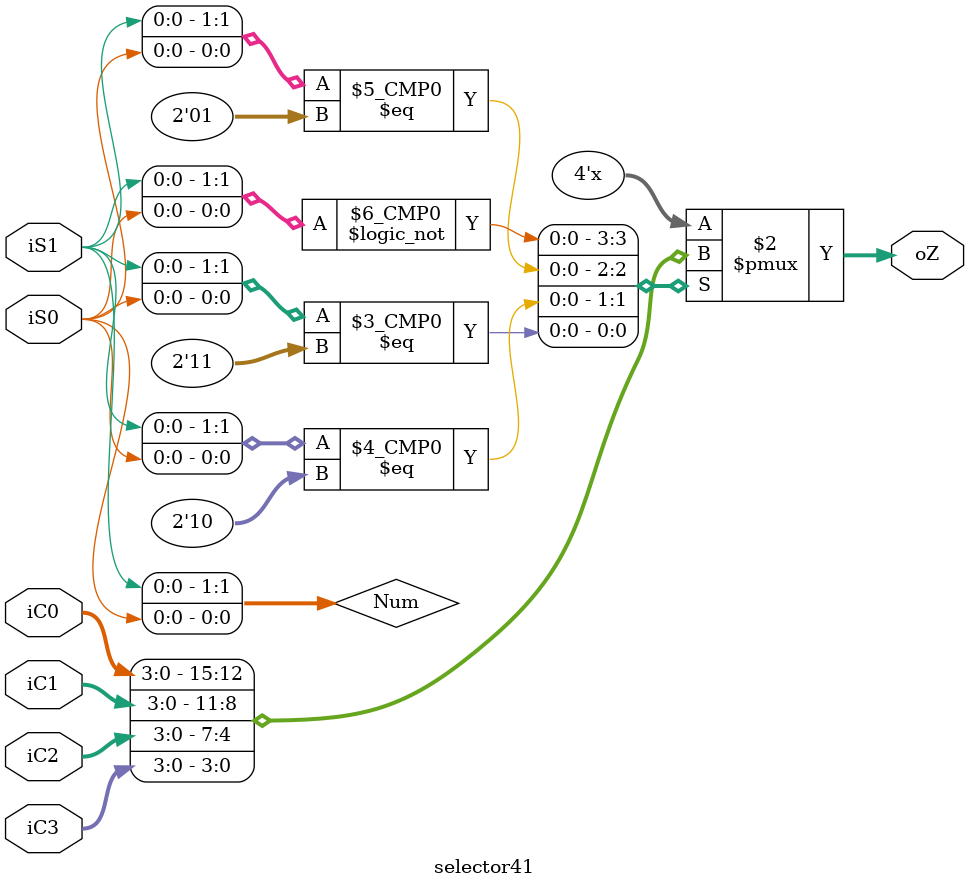
<source format=v>
`timescale 1ns / 1ps


module selector41(
input [3:0] iC0,      
input [3:0] iC1,
input [3:0] iC2,
input [3:0] iC3,
input iS1,
input iS0,              
output reg [3:0] oZ  
    );
reg [1:0] Num;
always @(*)
    begin
            Num = {iS1,iS0};
            case(Num)
            0: oZ = iC0;
            1: oZ = iC1;
            2: oZ = iC2;
            3: oZ = iC3;
            default: oZ = 0;
            endcase
     end
endmodule

    
</source>
